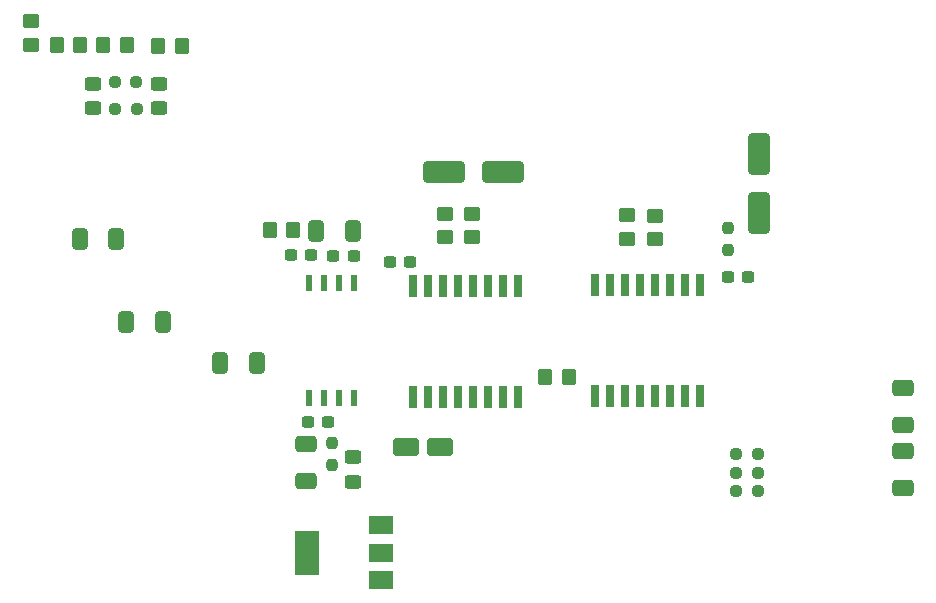
<source format=gbr>
%TF.GenerationSoftware,KiCad,Pcbnew,7.0.9*%
%TF.CreationDate,2024-01-29T20:39:33+05:30*%
%TF.ProjectId,Inverter,496e7665-7274-4657-922e-6b696361645f,rev?*%
%TF.SameCoordinates,Original*%
%TF.FileFunction,Paste,Top*%
%TF.FilePolarity,Positive*%
%FSLAX46Y46*%
G04 Gerber Fmt 4.6, Leading zero omitted, Abs format (unit mm)*
G04 Created by KiCad (PCBNEW 7.0.9) date 2024-01-29 20:39:33*
%MOMM*%
%LPD*%
G01*
G04 APERTURE LIST*
G04 Aperture macros list*
%AMRoundRect*
0 Rectangle with rounded corners*
0 $1 Rounding radius*
0 $2 $3 $4 $5 $6 $7 $8 $9 X,Y pos of 4 corners*
0 Add a 4 corners polygon primitive as box body*
4,1,4,$2,$3,$4,$5,$6,$7,$8,$9,$2,$3,0*
0 Add four circle primitives for the rounded corners*
1,1,$1+$1,$2,$3*
1,1,$1+$1,$4,$5*
1,1,$1+$1,$6,$7*
1,1,$1+$1,$8,$9*
0 Add four rect primitives between the rounded corners*
20,1,$1+$1,$2,$3,$4,$5,0*
20,1,$1+$1,$4,$5,$6,$7,0*
20,1,$1+$1,$6,$7,$8,$9,0*
20,1,$1+$1,$8,$9,$2,$3,0*%
G04 Aperture macros list end*
%ADD10R,0.650000X1.850000*%
%ADD11R,0.558800X1.473200*%
%ADD12RoundRect,0.250000X1.500000X0.650000X-1.500000X0.650000X-1.500000X-0.650000X1.500000X-0.650000X0*%
%ADD13RoundRect,0.250000X0.450000X-0.350000X0.450000X0.350000X-0.450000X0.350000X-0.450000X-0.350000X0*%
%ADD14RoundRect,0.250000X-0.412500X-0.650000X0.412500X-0.650000X0.412500X0.650000X-0.412500X0.650000X0*%
%ADD15RoundRect,0.250000X0.450000X-0.325000X0.450000X0.325000X-0.450000X0.325000X-0.450000X-0.325000X0*%
%ADD16RoundRect,0.237500X-0.250000X-0.237500X0.250000X-0.237500X0.250000X0.237500X-0.250000X0.237500X0*%
%ADD17RoundRect,0.250000X-0.650000X1.500000X-0.650000X-1.500000X0.650000X-1.500000X0.650000X1.500000X0*%
%ADD18RoundRect,0.250000X-0.350000X-0.450000X0.350000X-0.450000X0.350000X0.450000X-0.350000X0.450000X0*%
%ADD19RoundRect,0.250000X0.412500X0.650000X-0.412500X0.650000X-0.412500X-0.650000X0.412500X-0.650000X0*%
%ADD20RoundRect,0.250000X-0.650000X0.412500X-0.650000X-0.412500X0.650000X-0.412500X0.650000X0.412500X0*%
%ADD21RoundRect,0.237500X0.237500X-0.250000X0.237500X0.250000X-0.237500X0.250000X-0.237500X-0.250000X0*%
%ADD22RoundRect,0.237500X0.300000X0.237500X-0.300000X0.237500X-0.300000X-0.237500X0.300000X-0.237500X0*%
%ADD23RoundRect,0.237500X-0.300000X-0.237500X0.300000X-0.237500X0.300000X0.237500X-0.300000X0.237500X0*%
%ADD24R,2.000000X1.500000*%
%ADD25R,2.000000X3.800000*%
%ADD26RoundRect,0.250000X-0.450000X0.350000X-0.450000X-0.350000X0.450000X-0.350000X0.450000X0.350000X0*%
%ADD27RoundRect,0.237500X-0.237500X0.250000X-0.237500X-0.250000X0.237500X-0.250000X0.237500X0.250000X0*%
%ADD28RoundRect,0.237500X0.250000X0.237500X-0.250000X0.237500X-0.250000X-0.237500X0.250000X-0.237500X0*%
%ADD29RoundRect,0.250000X0.650000X-0.412500X0.650000X0.412500X-0.650000X0.412500X-0.650000X-0.412500X0*%
%ADD30RoundRect,0.250000X0.350000X0.450000X-0.350000X0.450000X-0.350000X-0.450000X0.350000X-0.450000X0*%
%ADD31RoundRect,0.250000X-0.450000X0.325000X-0.450000X-0.325000X0.450000X-0.325000X0.450000X0.325000X0*%
%ADD32RoundRect,0.250000X0.850000X0.500000X-0.850000X0.500000X-0.850000X-0.500000X0.850000X-0.500000X0*%
G04 APERTURE END LIST*
D10*
%TO.C,IC5*%
X73050400Y-134210800D03*
X71780400Y-134210800D03*
X70510400Y-134210800D03*
X69240400Y-134210800D03*
X67970400Y-134210800D03*
X66700400Y-134210800D03*
X65430400Y-134210800D03*
X64160400Y-134210800D03*
X64160400Y-143560800D03*
X65430400Y-143560800D03*
X66700400Y-143560800D03*
X67970400Y-143560800D03*
X69240400Y-143560800D03*
X70510400Y-143560800D03*
X71780400Y-143560800D03*
X73050400Y-143560800D03*
%TD*%
%TO.C,IC1*%
X57632600Y-134312400D03*
X56362600Y-134312400D03*
X55092600Y-134312400D03*
X53822600Y-134312400D03*
X52552600Y-134312400D03*
X51282600Y-134312400D03*
X50012600Y-134312400D03*
X48742600Y-134312400D03*
X48742600Y-143662400D03*
X50012600Y-143662400D03*
X51282600Y-143662400D03*
X52552600Y-143662400D03*
X53822600Y-143662400D03*
X55092600Y-143662400D03*
X56362600Y-143662400D03*
X57632600Y-143662400D03*
%TD*%
D11*
%TO.C,U10*%
X43755000Y-134023200D03*
X42485000Y-134023200D03*
X41215000Y-134023200D03*
X39945000Y-134023200D03*
X39945000Y-143776800D03*
X41215000Y-143776800D03*
X42485000Y-143776800D03*
X43755000Y-143776800D03*
%TD*%
D12*
%TO.C,D3*%
X56348000Y-124587000D03*
X51348000Y-124587000D03*
%TD*%
D13*
%TO.C,R12*%
X69258400Y-130320800D03*
X69258400Y-128320800D03*
%TD*%
D14*
%TO.C,C12*%
X24472500Y-137287000D03*
X27597500Y-137287000D03*
%TD*%
D15*
%TO.C,D19*%
X43650000Y-150825000D03*
X43650000Y-148775000D03*
%TD*%
D14*
%TO.C,C37*%
X32387500Y-140800000D03*
X35512500Y-140800000D03*
%TD*%
D15*
%TO.C,D15*%
X27200000Y-119206000D03*
X27200000Y-117156000D03*
%TD*%
D16*
%TO.C,R23*%
X23506880Y-119324000D03*
X25331880Y-119324000D03*
%TD*%
D17*
%TO.C,D6*%
X78054200Y-123128400D03*
X78054200Y-128128400D03*
%TD*%
D18*
%TO.C,R28*%
X59900000Y-141950000D03*
X61900000Y-141950000D03*
%TD*%
D16*
%TO.C,R18*%
X76102200Y-151638000D03*
X77927200Y-151638000D03*
%TD*%
D19*
%TO.C,C3*%
X43612500Y-129600000D03*
X40487500Y-129600000D03*
%TD*%
D20*
%TO.C,C15*%
X39662200Y-147653300D03*
X39662200Y-150778300D03*
%TD*%
D13*
%TO.C,R1*%
X51435000Y-130159000D03*
X51435000Y-128159000D03*
%TD*%
D21*
%TO.C,R4*%
X75412600Y-131214500D03*
X75412600Y-129389500D03*
%TD*%
D16*
%TO.C,R20*%
X76076800Y-148513800D03*
X77901800Y-148513800D03*
%TD*%
D22*
%TO.C,C20*%
X48487500Y-132207000D03*
X46762500Y-132207000D03*
%TD*%
D23*
%TO.C,C36*%
X39837500Y-145800000D03*
X41562500Y-145800000D03*
%TD*%
D18*
%TO.C,R33*%
X18550000Y-113850000D03*
X20550000Y-113850000D03*
%TD*%
D22*
%TO.C,C4*%
X40112500Y-131650000D03*
X38387500Y-131650000D03*
%TD*%
D24*
%TO.C,U4*%
X46050600Y-159145000D03*
X46050600Y-156845000D03*
D25*
X39750600Y-156845000D03*
D24*
X46050600Y-154545000D03*
%TD*%
D16*
%TO.C,R19*%
X76078700Y-150063200D03*
X77903700Y-150063200D03*
%TD*%
D18*
%TO.C,R29*%
X27150000Y-113950000D03*
X29150000Y-113950000D03*
%TD*%
D23*
%TO.C,C23*%
X75362900Y-133477000D03*
X77087900Y-133477000D03*
%TD*%
D18*
%TO.C,R31*%
X22500000Y-113850000D03*
X24500000Y-113850000D03*
%TD*%
D13*
%TO.C,R3*%
X66878200Y-130286000D03*
X66878200Y-128286000D03*
%TD*%
D26*
%TO.C,R32*%
X16350000Y-111850000D03*
X16350000Y-113850000D03*
%TD*%
D19*
%TO.C,C9*%
X23622000Y-130302000D03*
X20497000Y-130302000D03*
%TD*%
D27*
%TO.C,R27*%
X41846600Y-147592100D03*
X41846600Y-149417100D03*
%TD*%
D28*
%TO.C,R24*%
X25318500Y-117038000D03*
X23493500Y-117038000D03*
%TD*%
D29*
%TO.C,C10*%
X90195400Y-151346300D03*
X90195400Y-148221300D03*
%TD*%
D30*
%TO.C,R30*%
X38600000Y-129500000D03*
X36600000Y-129500000D03*
%TD*%
D31*
%TO.C,D14*%
X21612000Y-117156000D03*
X21612000Y-119206000D03*
%TD*%
D23*
%TO.C,C29*%
X41987500Y-131700000D03*
X43712500Y-131700000D03*
%TD*%
D29*
%TO.C,C13*%
X90220800Y-146037700D03*
X90220800Y-142912700D03*
%TD*%
D13*
%TO.C,R11*%
X53721000Y-130159000D03*
X53721000Y-128159000D03*
%TD*%
D32*
%TO.C,D20*%
X51000000Y-147900000D03*
X48100000Y-147900000D03*
%TD*%
M02*

</source>
